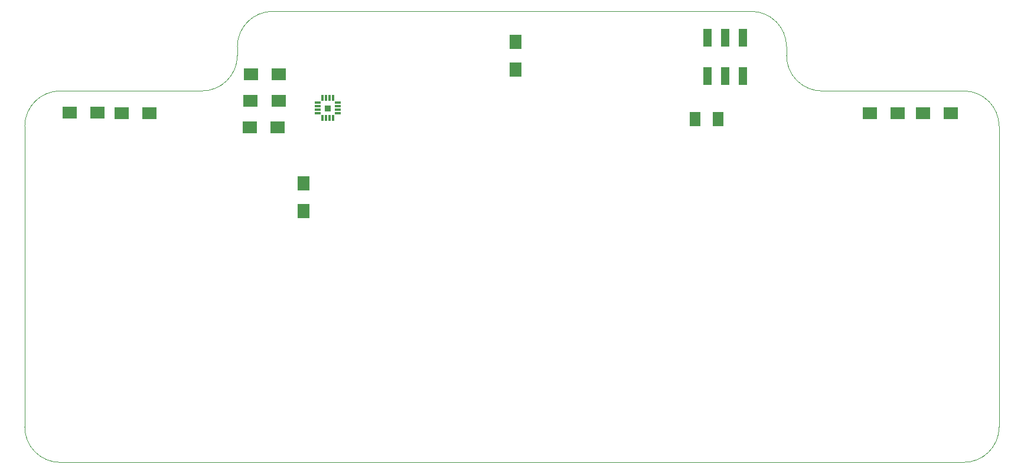
<source format=gbr>
%TF.GenerationSoftware,KiCad,Pcbnew,(6.0.0)*%
%TF.CreationDate,2022-08-16T21:22:32+02:00*%
%TF.ProjectId,pigame_pico,70696761-6d65-45f7-9069-636f2e6b6963,rev?*%
%TF.SameCoordinates,Original*%
%TF.FileFunction,Paste,Top*%
%TF.FilePolarity,Positive*%
%FSLAX46Y46*%
G04 Gerber Fmt 4.6, Leading zero omitted, Abs format (unit mm)*
G04 Created by KiCad (PCBNEW (6.0.0)) date 2022-08-16 21:22:32*
%MOMM*%
%LPD*%
G01*
G04 APERTURE LIST*
G04 Aperture macros list*
%AMRoundRect*
0 Rectangle with rounded corners*
0 $1 Rounding radius*
0 $2 $3 $4 $5 $6 $7 $8 $9 X,Y pos of 4 corners*
0 Add a 4 corners polygon primitive as box body*
4,1,4,$2,$3,$4,$5,$6,$7,$8,$9,$2,$3,0*
0 Add four circle primitives for the rounded corners*
1,1,$1+$1,$2,$3*
1,1,$1+$1,$4,$5*
1,1,$1+$1,$6,$7*
1,1,$1+$1,$8,$9*
0 Add four rect primitives between the rounded corners*
20,1,$1+$1,$2,$3,$4,$5,0*
20,1,$1+$1,$4,$5,$6,$7,0*
20,1,$1+$1,$6,$7,$8,$9,0*
20,1,$1+$1,$8,$9,$2,$3,0*%
G04 Aperture macros list end*
%TA.AperFunction,Profile*%
%ADD10C,0.100000*%
%TD*%
%ADD11C,0.010000*%
%ADD12R,1.500000X2.000000*%
%ADD13RoundRect,0.018900X0.411100X0.116100X-0.411100X0.116100X-0.411100X-0.116100X0.411100X-0.116100X0*%
%ADD14RoundRect,0.018900X-0.116100X0.411100X-0.116100X-0.411100X0.116100X-0.411100X0.116100X0.411100X0*%
%ADD15RoundRect,0.018900X-0.411100X-0.116100X0.411100X-0.116100X0.411100X0.116100X-0.411100X0.116100X0*%
%ADD16RoundRect,0.018900X0.116100X-0.411100X0.116100X0.411100X-0.116100X0.411100X-0.116100X-0.411100X0*%
%ADD17R,2.000000X1.700000*%
%ADD18R,1.700000X2.000000*%
%ADD19R,1.200000X2.500000*%
G04 APERTURE END LIST*
D10*
X196850002Y-71120002D02*
X217170000Y-71120000D01*
X118110000Y-59690000D02*
X152400000Y-59690000D01*
X186690000Y-59690000D02*
X152400000Y-59690000D01*
X82550000Y-119380000D02*
G75*
G03*
X87630000Y-124460000I5080002J2D01*
G01*
X87630000Y-71120000D02*
X107950002Y-71120002D01*
X152400000Y-124460000D02*
X217170000Y-124460000D01*
X222250000Y-119380000D02*
X222250000Y-76200000D01*
X191770000Y-64770000D02*
X191770002Y-66040002D01*
X217170000Y-124460000D02*
G75*
G03*
X222250000Y-119380000I-2J5080002D01*
G01*
X113030000Y-64770000D02*
X113030002Y-66040002D01*
X107950002Y-71120002D02*
G75*
G03*
X113030002Y-66040002I-2J5080002D01*
G01*
X191770000Y-64770000D02*
G75*
G03*
X186690000Y-59690000I-5080002J-2D01*
G01*
X191770002Y-66040002D02*
G75*
G03*
X196850002Y-71120002I5080002J2D01*
G01*
X222250000Y-76200000D02*
G75*
G03*
X217170000Y-71120000I-5080002J-2D01*
G01*
X82550000Y-76200000D02*
X82550000Y-119380000D01*
X87630000Y-71120000D02*
G75*
G03*
X82550000Y-76200000I2J-5080002D01*
G01*
X118110000Y-59690000D02*
G75*
G03*
X113030000Y-64770000I2J-5080002D01*
G01*
X152400000Y-124460000D02*
X87630000Y-124460000D01*
D11*
%TO.C,U2*%
X126373000Y-73960000D02*
X125595000Y-73960000D01*
X125595000Y-73960000D02*
X125595000Y-73182000D01*
X125595000Y-73182000D02*
X126373000Y-73182000D01*
X126373000Y-73182000D02*
X126373000Y-73960000D01*
G36*
X126373000Y-73960000D02*
G01*
X125595000Y-73960000D01*
X125595000Y-73182000D01*
X126373000Y-73182000D01*
X126373000Y-73960000D01*
G37*
X126373000Y-73960000D02*
X125595000Y-73960000D01*
X125595000Y-73182000D01*
X126373000Y-73182000D01*
X126373000Y-73960000D01*
%TD*%
D12*
%TO.C,D3*%
X178690000Y-75184000D03*
X181990000Y-75184000D03*
%TD*%
D13*
%TO.C,U2*%
X127419000Y-74321000D03*
X127419000Y-73821000D03*
X127419000Y-73321000D03*
X127419000Y-72821000D03*
D14*
X126734000Y-72136000D03*
X126234000Y-72136000D03*
X125734000Y-72136000D03*
X125234000Y-72136000D03*
D15*
X124549000Y-72821000D03*
X124549000Y-73321000D03*
X124549000Y-73821000D03*
X124549000Y-74321000D03*
D16*
X125234000Y-75006000D03*
X125734000Y-75006000D03*
X126234000Y-75006000D03*
X126734000Y-75006000D03*
%TD*%
D17*
%TO.C,C2*%
X114935000Y-72542400D03*
X118935000Y-72542400D03*
%TD*%
D18*
%TO.C,C1*%
X122555000Y-88360000D03*
X122555000Y-84360000D03*
%TD*%
D17*
%TO.C,R3*%
X203740000Y-74295000D03*
X207740000Y-74295000D03*
%TD*%
%TO.C,R1*%
X114967000Y-68707000D03*
X118967000Y-68707000D03*
%TD*%
%TO.C,D2*%
X89014800Y-74269600D03*
X93014800Y-74269600D03*
%TD*%
%TO.C,C3*%
X114840000Y-76327000D03*
X118840000Y-76327000D03*
%TD*%
D18*
%TO.C,C4*%
X152908000Y-64072000D03*
X152908000Y-68072000D03*
%TD*%
D19*
%TO.C,SW9*%
X180405400Y-63500000D03*
X180405400Y-68961000D03*
X182945400Y-63500000D03*
X182945400Y-68961000D03*
X185485400Y-63500000D03*
X185485400Y-68961000D03*
%TD*%
D17*
%TO.C,D1*%
X215360000Y-74295000D03*
X211360000Y-74295000D03*
%TD*%
%TO.C,R4*%
X100425000Y-74295000D03*
X96425000Y-74295000D03*
%TD*%
M02*

</source>
